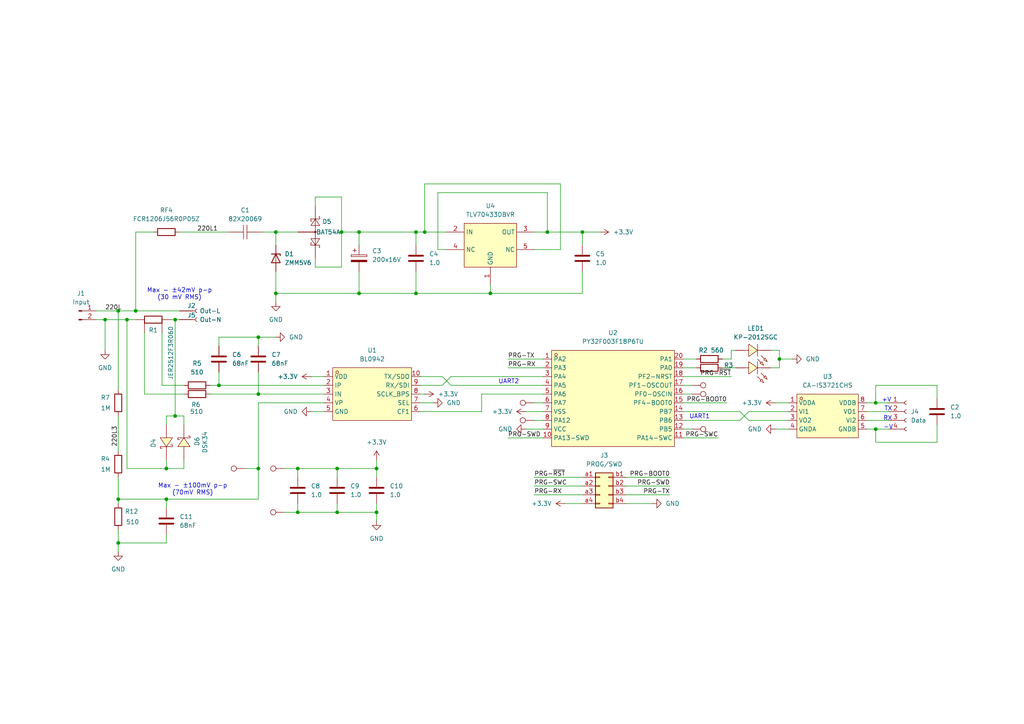
<source format=kicad_sch>
(kicad_sch (version 20231120) (generator "eeschema") (generator_version "8.0")
  (paper "A4")
  (title_block (title "Mini Power Meter") (company "RoboWay"))
  (lib_symbols
    (symbol "Conn_01x01_Socket_1" (pin_numbers hide) (pin_names (offset 1.016) hide)
      (property "Reference" "J" (at 0 2.54 0))
      (property "Value" "Conn_01x01_Socket" (at 0 -2.54 0))
      (symbol "Conn_01x01_Socket_1_1_1"
        (polyline (pts (xy -1.27 0) (xy -0.508 0)) (stroke (width 0.1524)))
        (arc (start 0 0.508) (mid -0.5058 0) (end 0 -0.508) (stroke (width 0.1524)))
        (pin passive line (at -5.08 0 0) (length 3.81) (name "Pin_1") (number "1"))
      )
    )
    (symbol "Connector:Conn_01x01_Socket" (pin_numbers hide) (pin_names (offset 1.016) hide)
      (property "Reference" "J" (at 0 2.54 0))
      (property "Value" "Conn_01x01_Socket" (at 0 -2.54 0))
      (symbol "Conn_01x01_Socket_1_1"
        (polyline (pts (xy -1.27 0) (xy -0.508 0)) (stroke (width 0.1524)))
        (arc (start 0 0.508) (mid -0.5058 0) (end 0 -0.508) (stroke (width 0.1524)))
        (pin passive line (at -5.08 0 0) (length 3.81) (name "Pin_1") (number "1"))
      )
    )
    (symbol "Connector:Conn_01x02_Pin" (pin_names (offset 1.016) hide)
      (property "Reference" "J" (at 0 2.54 0))
      (property "Value" "Conn_01x02_Pin" (at 0 -5.08 0))
      (symbol "Conn_01x02_Pin_1_1"
        (polyline (pts (xy 1.27 -2.54) (xy 0.8636 -2.54)) (stroke (width 0.1524)))
        (polyline (pts (xy 1.27 0) (xy 0.8636 0)) (stroke (width 0.1524)))
        (rectangle (start 0.8636 -2.413) (end 0 -2.667) (stroke (width 0.1524)) (fill (type outline)))
        (rectangle (start 0.8636 0.127) (end 0 -0.127) (stroke (width 0.1524)) (fill (type outline)))
        (pin passive line (at 5.08 0 180) (length 3.81) (name "Pin_1") (number "1"))
        (pin passive line (at 5.08 -2.54 180) (length 3.81) (name "Pin_2") (number "2"))
      )
    )
    (symbol "Connector:Conn_01x04_Socket" (pin_names (offset 1.016) hide)
      (property "Reference" "J" (at 0 5.08 0))
      (property "Value" "Conn_01x04_Socket" (at 0 -7.62 0))
      (symbol "Conn_01x04_Socket_1_1"
        (arc (start 0 -4.572) (mid -0.5058 -5.08) (end 0 -5.588) (stroke (width 0.1524)))
        (arc (start 0 -2.032) (mid -0.5058 -2.54) (end 0 -3.048) (stroke (width 0.1524)))
        (polyline (pts (xy -1.27 -5.08) (xy -0.508 -5.08)) (stroke (width 0.1524)))
        (polyline (pts (xy -1.27 -2.54) (xy -0.508 -2.54)) (stroke (width 0.1524)))
        (polyline (pts (xy -1.27 0) (xy -0.508 0)) (stroke (width 0.1524)))
        (polyline (pts (xy -1.27 2.54) (xy -0.508 2.54)) (stroke (width 0.1524)))
        (arc (start 0 0.508) (mid -0.5058 0) (end 0 -0.508) (stroke (width 0.1524)))
        (arc (start 0 3.048) (mid -0.5058 2.54) (end 0 2.032) (stroke (width 0.1524)))
        (pin passive line (at -5.08 2.54 0) (length 3.81) (name "Pin_1") (number "1"))
        (pin passive line (at -5.08 0 0) (length 3.81) (name "Pin_2") (number "2"))
        (pin passive line (at -5.08 -2.54 0) (length 3.81) (name "Pin_3") (number "3"))
        (pin passive line (at -5.08 -5.08 0) (length 3.81) (name "Pin_4") (number "4"))
      )
    )
    (symbol "Connector:TestPoint" (pin_numbers hide) (pin_names (offset 0.762) hide)
      (property "Reference" "TP" (at 0 6.858 0))
      (property "Value" "TestPoint" (at 0 5.08 0))
      (symbol "TestPoint_0_1"
        (circle (center 0 3.302) (radius 0.762))
      )
      (symbol "TestPoint_1_1"
        (pin passive line (at 0 0 90) (length 2.54) (name "1") (number "1"))
      )
    )
    (symbol "Connector_Generic:Conn_02x04_Row_Letter_First" (pin_names (offset 1.016) hide)
      (property "Reference" "J" (at 1.27 5.08 0))
      (property "Value" "Conn_02x04_Row_Letter_First" (at 1.27 -7.62 0))
      (symbol "Conn_02x04_Row_Letter_First_1_1"
        (rectangle (start -1.27 -4.953) (end 0 -5.207) (stroke (width 0.1524)))
        (rectangle (start -1.27 -2.413) (end 0 -2.667) (stroke (width 0.1524)))
        (rectangle (start -1.27 0.127) (end 0 -0.127) (stroke (width 0.1524)))
        (rectangle (start -1.27 2.667) (end 0 2.413) (stroke (width 0.1524)))
        (rectangle (start -1.27 3.81) (end 3.81 -6.35) (stroke (width 0.254)) (fill (type background)))
        (rectangle (start 3.81 -4.953) (end 2.54 -5.207) (stroke (width 0.1524)))
        (rectangle (start 3.81 -2.413) (end 2.54 -2.667) (stroke (width 0.1524)))
        (rectangle (start 3.81 0.127) (end 2.54 -0.127) (stroke (width 0.1524)))
        (rectangle (start 3.81 2.667) (end 2.54 2.413) (stroke (width 0.1524)))
        (pin passive line (at -5.08 2.54 0) (length 3.81) (name "Pin_a1") (number "a1"))
        (pin passive line (at -5.08 0 0) (length 3.81) (name "Pin_a2") (number "a2"))
        (pin passive line (at -5.08 -2.54 0) (length 3.81) (name "Pin_a3") (number "a3"))
        (pin passive line (at -5.08 -5.08 0) (length 3.81) (name "Pin_a4") (number "a4"))
        (pin passive line (at 7.62 2.54 180) (length 3.81) (name "Pin_b1") (number "b1"))
        (pin passive line (at 7.62 0 180) (length 3.81) (name "Pin_b2") (number "b2"))
        (pin passive line (at 7.62 -2.54 180) (length 3.81) (name "Pin_b3") (number "b3"))
        (pin passive line (at 7.62 -5.08 180) (length 3.81) (name "Pin_b4") (number "b4"))
      )
    )
    (symbol "Device:C" (pin_numbers hide) (pin_names (offset 0.254))
      (property "Reference" "C" (at 0.635 2.54 0))
      (property "Value" "C" (at 0.635 -2.54 0))
      (symbol "C_0_1"
        (polyline (pts (xy -2.032 -0.762) (xy 2.032 -0.762)) (stroke (width 0.508)))
        (polyline (pts (xy -2.032 0.762) (xy 2.032 0.762)) (stroke (width 0.508)))
      )
      (symbol "C_1_1"
        (pin passive line (at 0 3.81 270) (length 2.794) (name "~") (number "1"))
        (pin passive line (at 0 -3.81 90) (length 2.794) (name "~") (number "2"))
      )
    )
    (symbol "Device:C_Polarized" (pin_numbers hide) (pin_names (offset 0.254) hide)
      (property "Reference" "C" (at 0.635 2.54 0))
      (property "Value" "C_Polarized" (at 0.635 -2.54 0))
      (symbol "C_Polarized_0_1"
        (rectangle (start -2.286 0.508) (end 2.286 1.016))
        (polyline (pts (xy -1.778 2.286) (xy -0.762 2.286)))
        (polyline (pts (xy -1.27 2.794) (xy -1.27 1.778)))
        (rectangle (start 2.286 -0.508) (end -2.286 -1.016) (fill (type outline)))
      )
      (symbol "C_Polarized_1_1"
        (pin passive line (at 0 3.81 270) (length 2.794) (name "~") (number "1"))
        (pin passive line (at 0 -3.81 90) (length 2.794) (name "~") (number "2"))
      )
    )
    (symbol "Device:R" (pin_numbers hide) (pin_names (offset 0))
      (property "Reference" "R" (at 2.032 0 90))
      (property "Value" "R" (at 0 0 90))
      (symbol "R_0_1"
        (rectangle (start -1.016 -2.54) (end 1.016 2.54) (stroke (width 0.254)))
      )
      (symbol "R_1_1"
        (pin passive line (at 0 3.81 270) (length 1.27) (name "~") (number "1"))
        (pin passive line (at 0 -3.81 90) (length 1.27) (name "~") (number "2"))
      )
    )
    (symbol "Device:R_Shunt" (pin_numbers hide) (pin_names (offset 0) hide)
      (property "Reference" "R" (at -4.445 0 90))
      (property "Value" "R_Shunt" (at -2.54 0 90))
      (symbol "R_Shunt_0_1"
        (rectangle (start -1.016 -2.54) (end 1.016 2.54) (stroke (width 0.254)))
        (polyline (pts (xy 0 -2.54) (xy 1.27 -2.54)))
        (polyline (pts (xy 1.27 2.54) (xy 0 2.54)))
      )
      (symbol "R_Shunt_1_1"
        (pin passive line (at 0 5.08 270) (length 2.54) (name "1") (number "1"))
        (pin passive line (at 3.81 2.54 180) (length 2.54) (name "2") (number "2"))
        (pin passive line (at 3.81 -2.54 180) (length 2.54) (name "3") (number "3"))
        (pin passive line (at 0 -5.08 90) (length 2.54) (name "4") (number "4"))
      )
    )
    (symbol "Diode:BAT54A" (pin_numbers hide) (pin_names (offset 1.016) hide)
      (property "Reference" "D" (at 0.635 -3.81 0))
      (property "Value" "BAT54A" (at -6.35 3.175 0))
      (symbol "BAT54A_0_1"
        (polyline (pts (xy -4.445 1.27) (xy -4.445 1.016)))
        (polyline (pts (xy -3.81 -1.27) (xy -3.81 1.27)))
        (polyline (pts (xy -3.81 -1.27) (xy -3.175 -1.27)))
        (polyline (pts (xy -3.81 0) (xy -1.27 0)))
        (polyline (pts (xy -3.81 1.27) (xy -4.445 1.27)))
        (polyline (pts (xy -3.175 -1.27) (xy -3.175 -1.016)))
        (polyline (pts (xy -1.905 0) (xy 1.905 0)))
        (polyline (pts (xy 1.27 0) (xy 3.81 0)))
        (polyline (pts (xy 3.175 -1.27) (xy 3.175 -1.016)))
        (polyline (pts (xy 3.81 -1.27) (xy 3.175 -1.27)))
        (polyline (pts (xy 3.81 -1.27) (xy 3.81 1.27)))
        (polyline (pts (xy 3.81 1.27) (xy 4.445 1.27)))
        (polyline (pts (xy 4.445 1.27) (xy 4.445 1.016)))
        (polyline (pts (xy -1.905 1.27) (xy -1.905 -1.27) (xy -3.81 0) (xy -1.905 1.27)))
        (polyline (pts (xy 1.905 1.27) (xy 1.905 -1.27) (xy 3.81 0) (xy 1.905 1.27)))
        (circle (center 0 0) (radius 0.254) (fill (type outline)))
      )
      (symbol "BAT54A_1_1"
        (pin passive line (at -7.62 0 0) (length 3.81) (name "~") (number "1"))
        (pin passive line (at 7.62 0 180) (length 3.81) (name "~") (number "2"))
        (pin passive line (at 0 -5.08 90) (length 5.08) (name "~") (number "3"))
      )
    )
    (symbol "Diode:ZMMxx" (pin_numbers hide) (pin_names hide)
      (property "Reference" "D" (at 0 2.54 0))
      (property "Value" "ZMMxx" (at 0 -2.54 0))
      (symbol "ZMMxx_0_1"
        (polyline (pts (xy 1.27 0) (xy -1.27 0)))
        (polyline (pts (xy -1.27 -1.27) (xy -1.27 1.27) (xy -0.762 1.27)) (stroke (width 0.254)))
        (polyline (pts (xy 1.27 -1.27) (xy 1.27 1.27) (xy -1.27 0) (xy 1.27 -1.27)) (stroke (width 0.254)))
      )
      (symbol "ZMMxx_1_1"
        (pin passive line (at -3.81 0 0) (length 2.54) (name "K") (number "1"))
        (pin passive line (at 3.81 0 180) (length 2.54) (name "A") (number "2"))
      )
    )
    (symbol "EasyEDA:BL0942"
      (property "Reference" "U" (at 0 10.16 0))
      (property "Value" "BL0942" (at 0 -10.16 0))
      (symbol "BL0942_0_1"
        (rectangle (start -11.43 7.62) (end 11.43 -7.62) (fill (type background)))
        (circle (center -10.16 6.35) (radius 0.38))
        (pin unspecified line (at -13.97 5.08 0) (length 2.54) (name "VDD") (number "1"))
        (pin unspecified line (at 13.97 5.08 180) (length 2.54) (name "TX/SDO") (number "10"))
        (pin unspecified line (at -13.97 2.54 0) (length 2.54) (name "IP") (number "2"))
        (pin unspecified line (at -13.97 0 0) (length 2.54) (name "IN") (number "3"))
        (pin unspecified line (at -13.97 -2.54 0) (length 2.54) (name "VP") (number "4"))
        (pin unspecified line (at -13.97 -5.08 0) (length 2.54) (name "GND") (number "5"))
        (pin unspecified line (at 13.97 -5.08 180) (length 2.54) (name "CF1") (number "6"))
        (pin unspecified line (at 13.97 -2.54 180) (length 2.54) (name "SEL") (number "7"))
        (pin unspecified line (at 13.97 0 180) (length 2.54) (name "SCLK_BPS") (number "8"))
        (pin unspecified line (at 13.97 2.54 180) (length 2.54) (name "RX/SDI") (number "9"))
      )
    )
    (symbol "EasyEDA:CA-IS3721CHS"
      (property "Reference" "U" (at 0 10.16 0))
      (property "Value" "CA-IS3721CHS" (at 0 -7.62 0))
      (symbol "CA-IS3721CHS_0_1"
        (rectangle (start -7.62 7.62) (end 10.16 -5.08) (fill (type background)))
        (circle (center -6.35 6.35) (radius 0.38))
        (pin unspecified line (at -10.16 5.08 0) (length 2.54) (name "VDDA") (number "1"))
        (pin unspecified line (at -10.16 2.54 0) (length 2.54) (name "VI1") (number "2"))
        (pin unspecified line (at -10.16 0 0) (length 2.54) (name "VO2") (number "3"))
        (pin unspecified line (at -10.16 -2.54 0) (length 2.54) (name "GNDA") (number "4"))
        (pin unspecified line (at 12.7 -2.54 180) (length 2.54) (name "GNDB") (number "5"))
        (pin unspecified line (at 12.7 0 180) (length 2.54) (name "VI2") (number "6"))
        (pin unspecified line (at 12.7 2.54 180) (length 2.54) (name "VO1") (number "7"))
        (pin unspecified line (at 12.7 5.08 180) (length 2.54) (name "VDDB") (number "8"))
      )
    )
    (symbol "EasyEDA:DSK34_C727076" (pin_numbers hide) (pin_names hide)
      (property "Reference" "D" (at 0 5.08 0))
      (property "Value" "DSK34_C727076" (at 0 -5.08 0))
      (symbol "DSK34_C727076_0_1"
        (polyline (pts (xy -1.27 0) (xy -2.54 0)))
        (polyline (pts (xy 2.54 0) (xy 1.27 0)))
        (polyline (pts (xy 1.27 1.78) (xy -1.27 0) (xy 1.27 -1.78) (xy 1.27 1.78)) (fill (type background)))
        (polyline (pts (xy -1.78 1.27) (xy -1.78 1.78) (xy -1.27 1.78) (xy -1.27 -1.78) (xy -0.76 -1.78) (xy -0.76 -1.27)))
        (pin unspecified line (at -5.08 0 0) (length 2.54) (name "K") (number "1"))
        (pin unspecified line (at 5.08 0 180) (length 2.54) (name "A") (number "2"))
      )
    )
    (symbol "EasyEDA:KP-2012SGC" (pin_numbers hide) (pin_names hide)
      (property "Reference" "LED" (at 0 5.08 0))
      (property "Value" "KP-2012SGC" (at 0 -5.08 0))
      (symbol "KP-2012SGC_0_1"
        (polyline (pts (xy -1.27 0) (xy -2.54 0)))
        (polyline (pts (xy -1.27 1.78) (xy -1.27 -1.78)))
        (polyline (pts (xy 2.54 0) (xy 1.27 0)))
        (polyline (pts (xy -2.29 1.52) (xy -3.3 2.54) (xy -2.29 1.52)) (fill (type background)))
        (polyline (pts (xy -1.27 2.54) (xy -2.29 3.56) (xy -1.27 2.54)) (fill (type background)))
        (polyline (pts (xy -4.06 3.3) (xy -3.05 2.79) (xy -3.56 2.29) (xy -4.06 3.3)) (fill (type background)))
        (polyline (pts (xy -3.05 4.32) (xy -2.03 3.81) (xy -2.54 3.3) (xy -3.05 4.32)) (fill (type background)))
        (polyline (pts (xy 1.27 1.78) (xy -1.27 0) (xy 1.27 -1.78) (xy 1.27 1.78)) (fill (type background)))
        (pin unspecified line (at -5.08 0 0) (length 2.54) (name "K") (number "1"))
        (pin unspecified line (at 5.08 0 180) (length 2.54) (name "A") (number "2"))
      )
    )
    (symbol "EasyEDA:MPX334K31C5KN15600" (pin_numbers hide) (pin_names hide)
      (property "Reference" "C" (at 0 5.08 0))
      (property "Value" "MPX334K31C5KN15600" (at 0 -5.08 0))
      (symbol "MPX334K31C5KN15600_0_1"
        (polyline (pts (xy -0.51 -2.03) (xy -0.51 2.03)))
        (polyline (pts (xy -0.51 0) (xy -2.54 0)))
        (polyline (pts (xy 0.51 2.03) (xy 0.51 -2.03)))
        (polyline (pts (xy 2.54 0) (xy 0.51 0)))
        (pin unspecified line (at -5.08 0 0) (length 2.54) (name "1") (number "1"))
        (pin unspecified line (at 5.08 0 180) (length 2.54) (name "2") (number "2"))
      )
    )
    (symbol "EasyEDA:PY32F003F18P6TU"
      (property "Reference" "U" (at 0 16.51 0))
      (property "Value" "PY32F003F18P6TU" (at 0 -16.51 0))
      (symbol "PY32F003F18P6TU_0_1"
        (rectangle (start -17.78 13.97) (end 17.78 -13.97) (fill (type background)))
        (circle (center -16.51 12.7) (radius 0.38))
        (pin unspecified line (at -20.32 11.43 0) (length 2.54) (name "PA2") (number "1"))
        (pin unspecified line (at -20.32 -11.43 0) (length 2.54) (name "PA13-SWD") (number "10"))
        (pin unspecified line (at 20.32 -11.43 180) (length 2.54) (name "PA14-SWC") (number "11"))
        (pin unspecified line (at 20.32 -8.89 180) (length 2.54) (name "PB5") (number "12"))
        (pin unspecified line (at 20.32 -6.35 180) (length 2.54) (name "PB6") (number "13"))
        (pin unspecified line (at 20.32 -3.81 180) (length 2.54) (name "PB7") (number "14"))
        (pin unspecified line (at 20.32 -1.27 180) (length 2.54) (name "PF4-BOOT0") (number "15"))
        (pin unspecified line (at 20.32 1.27 180) (length 2.54) (name "PF0-OSCIN") (number "16"))
        (pin unspecified line (at 20.32 3.81 180) (length 2.54) (name "PF1-OSCOUT") (number "17"))
        (pin unspecified line (at 20.32 6.35 180) (length 2.54) (name "PF2-NRST") (number "18"))
        (pin unspecified line (at 20.32 8.89 180) (length 2.54) (name "PA0") (number "19"))
        (pin unspecified line (at -20.32 8.89 0) (length 2.54) (name "PA3") (number "2"))
        (pin unspecified line (at 20.32 11.43 180) (length 2.54) (name "PA1") (number "20"))
        (pin unspecified line (at -20.32 6.35 0) (length 2.54) (name "PA4") (number "3"))
        (pin unspecified line (at -20.32 3.81 0) (length 2.54) (name "PA5") (number "4"))
        (pin unspecified line (at -20.32 1.27 0) (length 2.54) (name "PA6") (number "5"))
        (pin unspecified line (at -20.32 -1.27 0) (length 2.54) (name "PA7") (number "6"))
        (pin unspecified line (at -20.32 -3.81 0) (length 2.54) (name "VSS") (number "7"))
        (pin unspecified line (at -20.32 -6.35 0) (length 2.54) (name "PA12") (number "8"))
        (pin unspecified line (at -20.32 -8.89 0) (length 2.54) (name "VCC") (number "9"))
      )
    )
    (symbol "EasyEDA:TLV70433DBVR"
      (property "Reference" "U" (at 0 11.43 0))
      (property "Value" "TLV70433DBVR" (at 0 -13.97 0))
      (symbol "TLV70433DBVR_0_1"
        (rectangle (start -7.62 8.89) (end 7.62 -3.81) (fill (type background)))
        (pin power_in line (at 0 -8.89 90) (length 5.08) (name "GND") (number "1"))
        (pin power_in line (at -12.7 6.35 0) (length 5.08) (name "IN") (number "2"))
        (pin power_in line (at 12.7 6.35 180) (length 5.08) (name "OUT") (number "3"))
        (pin unspecified line (at -12.7 1.27 0) (length 5.08) (name "NC") (number "4"))
        (pin unspecified line (at 12.7 1.27 180) (length 5.08) (name "NC") (number "5"))
      )
    )
    (symbol "power:+3.3V" (power) (pin_numbers hide) (pin_names (offset 0) hide)
      (property "Value" "+3.3V" (at 0 3.556 0))
      (symbol "+3.3V_0_1"
        (polyline (pts (xy -0.762 1.27) (xy 0 2.54)))
        (polyline (pts (xy 0 0) (xy 0 2.54)))
        (polyline (pts (xy 0 2.54) (xy 0.762 1.27)))
      )
      (symbol "+3.3V_1_1"
        (pin power_in line (at 0 0 90) (length 0) (name "~") (number "1"))
      )
    )
    (symbol "power:GND" (power) (pin_numbers hide) (pin_names (offset 0) hide)
      (property "Value" "GND" (at 0 -3.81 0))
      (symbol "GND_0_1"
        (polyline (pts (xy 0 0) (xy 0 -1.27) (xy 1.27 -1.27) (xy 0 -2.54) (xy -1.27 -1.27) (xy 0 -1.27)))
      )
      (symbol "GND_1_1"
        (pin power_in line (at 0 0 270) (length 0) (name "~") (number "1"))
      )
    )
  )
  (junction (at 86.36 135.89))
  (junction (at 254 116.84))
  (junction (at 99.06 67.31))
  (junction (at 30.48 92.71))
  (junction (at 226.06 104.14))
  (junction (at 34.29 90.17))
  (junction (at 123.19 67.31))
  (junction (at 50.8 120.65))
  (junction (at 34.29 144.78))
  (junction (at 142.24 85.09))
  (junction (at 86.36 148.59))
  (junction (at 80.01 85.09))
  (junction (at 80.01 67.31))
  (junction (at 158.75 67.31))
  (junction (at 74.93 114.3))
  (junction (at 120.65 67.31))
  (junction (at 97.79 148.59))
  (junction (at 120.65 85.09))
  (junction (at 48.26 135.89))
  (junction (at 254 124.46))
  (junction (at 74.93 135.89))
  (junction (at 97.79 135.89))
  (junction (at 74.93 97.79))
  (junction (at 63.5 111.76))
  (junction (at 104.14 67.31))
  (junction (at 109.22 135.89))
  (junction (at 48.26 144.78))
  (junction (at 36.83 92.71))
  (junction (at 34.29 157.48))
  (junction (at 168.91 67.31))
  (junction (at 39.37 90.17))
  (junction (at 50.8 92.71))
  (junction (at 104.14 85.09))
  (junction (at 109.22 148.59))
  (wire (pts (xy 154.94 138.43) (xy 168.91 138.43)))
  (wire (pts (xy 91.44 57.15) (xy 99.06 57.15)))
  (wire (pts (xy 212.09 101.6) (xy 212.09 104.14)))
  (wire (pts (xy 34.29 90.17) (xy 39.37 90.17)))
  (wire (pts (xy 97.79 146.05) (xy 97.79 148.59)))
  (wire (pts (xy 226.06 104.14) (xy 229.87 104.14)))
  (wire (pts (xy 158.75 55.88) (xy 158.75 67.31)))
  (wire (pts (xy 60.96 114.3) (xy 74.93 114.3)))
  (wire (pts (xy 39.37 90.17) (xy 52.07 90.17)))
  (wire (pts (xy 208.28 127) (xy 198.12 127)))
  (wire (pts (xy 123.19 67.31) (xy 129.54 67.31)))
  (wire (pts (xy 34.29 90.17) (xy 34.29 113.03)))
  (wire (pts (xy 104.14 67.31) (xy 104.14 71.12)))
  (wire (pts (xy 86.36 148.59) (xy 97.79 148.59)))
  (wire (pts (xy 226.06 101.6) (xy 226.06 104.14)))
  (wire (pts (xy 189.23 146.05) (xy 181.61 146.05)))
  (wire (pts (xy 121.92 109.22) (xy 128.27 109.22)))
  (wire (pts (xy 142.24 85.09) (xy 120.65 85.09)))
  (wire (pts (xy 80.01 67.31) (xy 80.01 71.12)))
  (wire (pts (xy 217.17 121.92) (xy 228.6 121.92)))
  (wire (pts (xy 121.92 119.38) (xy 139.7 119.38)))
  (wire (pts (xy 158.75 67.31) (xy 168.91 67.31)))
  (wire (pts (xy 80.01 85.09) (xy 104.14 85.09)))
  (wire (pts (xy 194.31 140.97) (xy 181.61 140.97)))
  (wire (pts (xy 128.27 109.22) (xy 130.81 111.76)))
  (wire (pts (xy 53.34 133.35) (xy 53.34 135.89)))
  (wire (pts (xy 74.93 144.78) (xy 74.93 135.89)))
  (wire (pts (xy 251.46 116.84) (xy 254 116.84)))
  (wire (pts (xy 34.29 144.78) (xy 48.26 144.78)))
  (wire (pts (xy 120.65 67.31) (xy 120.65 71.12)))
  (wire (pts (xy 34.29 138.43) (xy 34.29 144.78)))
  (wire (pts (xy 147.32 106.68) (xy 157.48 106.68)))
  (wire (pts (xy 139.7 119.38) (xy 139.7 114.3)))
  (wire (pts (xy 123.19 114.3) (xy 121.92 114.3)))
  (wire (pts (xy 97.79 135.89) (xy 109.22 135.89)))
  (wire (pts (xy 223.52 106.68) (xy 226.06 106.68)))
  (wire (pts (xy 200.66 111.76) (xy 198.12 111.76)))
  (wire (pts (xy 271.78 115.57) (xy 271.78 111.76)))
  (wire (pts (xy 36.83 92.71) (xy 39.37 92.71)))
  (wire (pts (xy 154.94 140.97) (xy 168.91 140.97)))
  (wire (pts (xy 82.55 135.89) (xy 86.36 135.89)))
  (wire (pts (xy 53.34 123.19) (xy 53.34 120.65)))
  (wire (pts (xy 99.06 57.15) (xy 99.06 67.31)))
  (wire (pts (xy 168.91 78.74) (xy 168.91 85.09)))
  (wire (pts (xy 52.07 67.31) (xy 66.04 67.31)))
  (wire (pts (xy 223.52 101.6) (xy 226.06 101.6)))
  (wire (pts (xy 48.26 154.94) (xy 48.26 157.48)))
  (wire (pts (xy 194.31 143.51) (xy 181.61 143.51)))
  (wire (pts (xy 46.99 111.76) (xy 53.34 111.76)))
  (wire (pts (xy 212.09 104.14) (xy 209.55 104.14)))
  (wire (pts (xy 251.46 121.92) (xy 257.81 121.92)))
  (wire (pts (xy 74.93 114.3) (xy 93.98 114.3)))
  (wire (pts (xy 162.56 53.34) (xy 123.19 53.34)))
  (wire (pts (xy 36.83 135.89) (xy 48.26 135.89)))
  (wire (pts (xy 63.5 100.33) (xy 63.5 97.79)))
  (wire (pts (xy 50.8 120.65) (xy 53.34 120.65)))
  (wire (pts (xy 254 128.27) (xy 254 124.46)))
  (wire (pts (xy 198.12 119.38) (xy 214.63 119.38)))
  (wire (pts (xy 90.17 109.22) (xy 93.98 109.22)))
  (wire (pts (xy 168.91 67.31) (xy 168.91 71.12)))
  (wire (pts (xy 214.63 119.38) (xy 217.17 121.92)))
  (wire (pts (xy 121.92 116.84) (xy 125.73 116.84)))
  (wire (pts (xy 163.83 146.05) (xy 168.91 146.05)))
  (wire (pts (xy 168.91 85.09) (xy 142.24 85.09)))
  (wire (pts (xy 27.94 90.17) (xy 34.29 90.17)))
  (wire (pts (xy 80.01 67.31) (xy 86.36 67.31)))
  (wire (pts (xy 142.24 82.55) (xy 142.24 85.09)))
  (wire (pts (xy 48.26 133.35) (xy 48.26 135.89)))
  (wire (pts (xy 120.65 67.31) (xy 123.19 67.31)))
  (wire (pts (xy 44.45 67.31) (xy 39.37 67.31)))
  (wire (pts (xy 251.46 119.38) (xy 257.81 119.38)))
  (wire (pts (xy 34.29 153.67) (xy 34.29 157.48)))
  (wire (pts (xy 224.79 124.46) (xy 228.6 124.46)))
  (wire (pts (xy 34.29 157.48) (xy 48.26 157.48)))
  (wire (pts (xy 34.29 144.78) (xy 34.29 146.05)))
  (wire (pts (xy 104.14 67.31) (xy 120.65 67.31)))
  (wire (pts (xy 86.36 146.05) (xy 86.36 148.59)))
  (wire (pts (xy 48.26 144.78) (xy 48.26 147.32)))
  (wire (pts (xy 109.22 148.59) (xy 109.22 146.05)))
  (wire (pts (xy 97.79 135.89) (xy 97.79 138.43)))
  (wire (pts (xy 194.31 138.43) (xy 181.61 138.43)))
  (wire (pts (xy 74.93 116.84) (xy 93.98 116.84)))
  (wire (pts (xy 74.93 97.79) (xy 80.01 97.79)))
  (wire (pts (xy 63.5 107.95) (xy 63.5 111.76)))
  (wire (pts (xy 139.7 114.3) (xy 157.48 114.3)))
  (wire (pts (xy 48.26 120.65) (xy 48.26 123.19)))
  (wire (pts (xy 162.56 72.39) (xy 162.56 53.34)))
  (wire (pts (xy 30.48 92.71) (xy 30.48 101.6)))
  (wire (pts (xy 41.91 114.3) (xy 53.34 114.3)))
  (wire (pts (xy 82.55 148.59) (xy 86.36 148.59)))
  (wire (pts (xy 271.78 111.76) (xy 254 111.76)))
  (wire (pts (xy 99.06 67.31) (xy 104.14 67.31)))
  (wire (pts (xy 152.4 124.46) (xy 157.48 124.46)))
  (wire (pts (xy 99.06 77.47) (xy 99.06 67.31)))
  (wire (pts (xy 60.96 111.76) (xy 63.5 111.76)))
  (wire (pts (xy 90.17 119.38) (xy 93.98 119.38)))
  (wire (pts (xy 74.93 107.95) (xy 74.93 114.3)))
  (wire (pts (xy 109.22 135.89) (xy 109.22 138.43)))
  (wire (pts (xy 36.83 135.89) (xy 36.83 92.71)))
  (wire (pts (xy 86.36 138.43) (xy 86.36 135.89)))
  (wire (pts (xy 209.55 106.68) (xy 213.36 106.68)))
  (wire (pts (xy 91.44 77.47) (xy 99.06 77.47)))
  (wire (pts (xy 53.34 135.89) (xy 48.26 135.89)))
  (wire (pts (xy 212.09 101.6) (xy 213.36 101.6)))
  (wire (pts (xy 91.44 59.69) (xy 91.44 57.15)))
  (wire (pts (xy 120.65 78.74) (xy 120.65 85.09)))
  (wire (pts (xy 50.8 92.71) (xy 52.07 92.71)))
  (wire (pts (xy 147.32 104.14) (xy 157.48 104.14)))
  (wire (pts (xy 86.36 135.89) (xy 97.79 135.89)))
  (wire (pts (xy 254 124.46) (xy 257.81 124.46)))
  (wire (pts (xy 48.26 144.78) (xy 74.93 144.78)))
  (wire (pts (xy 158.75 67.31) (xy 154.94 67.31)))
  (wire (pts (xy 127 55.88) (xy 158.75 55.88)))
  (wire (pts (xy 50.8 92.71) (xy 50.8 120.65)))
  (wire (pts (xy 254 111.76) (xy 254 116.84)))
  (wire (pts (xy 198.12 121.92) (xy 214.63 121.92)))
  (wire (pts (xy 76.2 67.31) (xy 80.01 67.31)))
  (wire (pts (xy 121.92 111.76) (xy 128.27 111.76)))
  (wire (pts (xy 210.82 116.84) (xy 198.12 116.84)))
  (wire (pts (xy 80.01 78.74) (xy 80.01 85.09)))
  (wire (pts (xy 80.01 85.09) (xy 80.01 87.63)))
  (wire (pts (xy 152.4 119.38) (xy 157.48 119.38)))
  (wire (pts (xy 147.32 127) (xy 157.48 127)))
  (wire (pts (xy 34.29 120.65) (xy 34.29 130.81)))
  (wire (pts (xy 154.94 116.84) (xy 157.48 116.84)))
  (wire (pts (xy 212.09 109.22) (xy 198.12 109.22)))
  (wire (pts (xy 104.14 85.09) (xy 120.65 85.09)))
  (wire (pts (xy 123.19 53.34) (xy 123.19 67.31)))
  (wire (pts (xy 200.66 124.46) (xy 198.12 124.46)))
  (wire (pts (xy 214.63 121.92) (xy 217.17 119.38)))
  (wire (pts (xy 63.5 111.76) (xy 93.98 111.76)))
  (wire (pts (xy 30.48 92.71) (xy 36.83 92.71)))
  (wire (pts (xy 226.06 106.68) (xy 226.06 104.14)))
  (wire (pts (xy 217.17 119.38) (xy 228.6 119.38)))
  (wire (pts (xy 97.79 148.59) (xy 109.22 148.59)))
  (wire (pts (xy 109.22 148.59) (xy 109.22 151.13)))
  (wire (pts (xy 39.37 67.31) (xy 39.37 90.17)))
  (wire (pts (xy 104.14 78.74) (xy 104.14 85.09)))
  (wire (pts (xy 128.27 111.76) (xy 130.81 109.22)))
  (wire (pts (xy 74.93 135.89) (xy 74.93 116.84)))
  (wire (pts (xy 198.12 106.68) (xy 201.93 106.68)))
  (wire (pts (xy 63.5 97.79) (xy 74.93 97.79)))
  (wire (pts (xy 154.94 121.92) (xy 157.48 121.92)))
  (wire (pts (xy 49.53 92.71) (xy 50.8 92.71)))
  (wire (pts (xy 200.66 114.3) (xy 198.12 114.3)))
  (wire (pts (xy 224.79 116.84) (xy 228.6 116.84)))
  (wire (pts (xy 48.26 120.65) (xy 50.8 120.65)))
  (wire (pts (xy 71.12 135.89) (xy 74.93 135.89)))
  (wire (pts (xy 154.94 72.39) (xy 162.56 72.39)))
  (wire (pts (xy 41.91 96.52) (xy 41.91 114.3)))
  (wire (pts (xy 74.93 97.79) (xy 74.93 100.33)))
  (wire (pts (xy 27.94 92.71) (xy 30.48 92.71)))
  (wire (pts (xy 34.29 157.48) (xy 34.29 160.02)))
  (wire (pts (xy 271.78 128.27) (xy 254 128.27)))
  (wire (pts (xy 168.91 67.31) (xy 173.99 67.31)))
  (wire (pts (xy 198.12 104.14) (xy 201.93 104.14)))
  (wire (pts (xy 129.54 72.39) (xy 127 72.39)))
  (wire (pts (xy 130.81 109.22) (xy 157.48 109.22)))
  (wire (pts (xy 130.81 111.76) (xy 157.48 111.76)))
  (wire (pts (xy 254 116.84) (xy 257.81 116.84)))
  (wire (pts (xy 251.46 124.46) (xy 254 124.46)))
  (wire (pts (xy 127 72.39) (xy 127 55.88)))
  (wire (pts (xy 91.44 74.93) (xy 91.44 77.47)))
  (wire (pts (xy 109.22 133.35) (xy 109.22 135.89)))
  (wire (pts (xy 154.94 143.51) (xy 168.91 143.51)))
  (wire (pts (xy 46.99 96.52) (xy 46.99 111.76)))
  (wire (pts (xy 271.78 123.19) (xy 271.78 128.27)))
  (text "UART1" (at 199.898 120.904 0) (effects (font (size 1.27 1.27)) (justify left)))
  (text "RX" (at 258.826 122.174 0) (effects (font (size 1.27 1.27)) (justify right bottom)))
  (text "Max - ±100mV p-p\n(70mV RMS)" (at 55.88 141.986 0) (effects (font (size 1.27 1.27))))
  (text "+V" (at 258.572 116.84 0) (effects (font (size 1.27 1.27)) (justify right bottom)))
  (text "TX" (at 258.826 119.38 0) (effects (font (size 1.27 1.27)) (justify right bottom)))
  (text "UART2" (at 144.526 110.744 0) (effects (font (size 1.27 1.27)) (justify left)))
  (text "-V" (at 259.08 124.714 0) (effects (font (size 1.27 1.27)) (justify right bottom)))
  (text "Max - ±42mV p-p\n(30 mV RMS)" (at 52.07 85.344 0) (effects (font (size 1.27 1.27))))
  (label "PRG-TX" (at 194.31 143.51 180))
  (label "PRG-BOOT0" (at 210.82 116.84 180))
  (label "PRG-~{RST}" (at 212.09 109.22 180))
  (label "PRG-TX" (at 147.32 104.14 0))
  (label "PRG-SWC" (at 208.28 127 180))
  (label "220L3" (at 34.29 129.54 90))
  (label "PRG-BOOT0" (at 194.31 138.43 180))
  (label "220L1" (at 57.15 67.31 0))
  (label "PRG-SWC" (at 154.94 140.97 0))
  (label "PRG-~{RST}" (at 154.94 138.43 0))
  (label "PRG-SWD" (at 194.31 140.97 180))
  (label "PRG-RX" (at 154.94 143.51 0))
  (label "PRG-SWD" (at 147.32 127 0))
  (label "PRG-RX" (at 147.32 106.68 0))
  (label "220L" (at 30.48 90.17 0))
  (symbol (lib_id "Connector:TestPoint") (at 200.66 111.76 270) (unit 1)
    (property "Reference" "TP3" (effects (hide yes)))
    (property "Value" "TestPoint" (effects (hide yes)))
    (property "Footprint" "TestPoint:TestPoint_Pad_1.0x1.0mm" (effects (hide yes)))
    (property "Description" "test point" (effects (hide yes)))
  )
  (symbol (lib_id "power:+3.3V") (at 123.19 114.3 270) (unit 1)
    (property "Reference" "#PWR09" (effects (hide yes)))
    (property "Value" "+3.3V" (at 127 114.2999 90) (effects (justify left)))
    (property "Description" "Power symbol creates a global label with name \"+3.3V\"" (effects (hide yes)))
  )
  (symbol (lib_id "EasyEDA:CA-IS3721CHS") (at 238.76 121.92 0) (unit 1)
    (property "Reference" "U3" (at 240.03 109.22 0))
    (property "Value" "CA-IS3721CHS" (at 240.03 111.76 0))
    (property "Footprint" "easyeda2kicad:SOIC-8_L4.9-W3.9-P1.27-LS6.0-BL" (effects (hide yes)))
    (property "LCSC Part" "C41409432" (effects (hide yes)))
  )
  (symbol (lib_id "power:+3.3V") (at 163.83 146.05 90) (unit 1)
    (property "Reference" "#PWR018" (effects (hide yes)))
    (property "Value" "+3.3V" (at 160.02 146.0499 90) (effects (justify left)))
    (property "Description" "Power symbol creates a global label with name \"+3.3V\"" (effects (hide yes)))
  )
  (symbol (lib_id "Connector:TestPoint") (at 82.55 135.89 90) (unit 1)
    (property "Reference" "TP7" (effects (hide yes)))
    (property "Value" "TestPoint" (effects (hide yes)))
    (property "Footprint" "TestPoint:TestPoint_Loop_D1.80mm_Drill1.0mm_Beaded" (effects (hide yes)))
    (property "Description" "test point" (effects (hide yes)))
  )
  (symbol (lib_id "power:GND") (at 224.79 124.46 270) (unit 1)
    (property "Reference" "#PWR04" (effects (hide yes)))
    (property "Value" "GND" (at 220.98 124.4599 90) (effects (justify right)))
    (property "Description" "Power symbol creates a global label with name \"GND\" , ground" (effects (hide yes)))
  )
  (symbol (lib_id "Connector:TestPoint") (at 200.66 114.3 270) (unit 1)
    (property "Reference" "TP4" (effects (hide yes)))
    (property "Value" "TestPoint" (effects (hide yes)))
    (property "Footprint" "TestPoint:TestPoint_Pad_1.0x1.0mm" (effects (hide yes)))
    (property "Description" "test point" (effects (hide yes)))
  )
  (symbol (lib_id "power:GND") (at 80.01 97.79 90) (unit 1)
    (property "Reference" "#PWR014" (effects (hide yes)))
    (property "Value" "GND" (at 83.82 97.7899 90) (effects (justify right)))
    (property "Description" "Power symbol creates a global label with name \"GND\" , ground" (effects (hide yes)))
  )
  (symbol (lib_id "Connector:TestPoint") (at 82.55 148.59 90) (unit 1)
    (property "Reference" "TP8" (effects (hide yes)))
    (property "Value" "TestPoint" (effects (hide yes)))
    (property "Footprint" "TestPoint:TestPoint_Loop_D1.80mm_Drill1.0mm_Beaded" (effects (hide yes)))
    (property "Description" "test point" (effects (hide yes)))
  )
  (symbol (lib_id "EasyEDA:KP-2012SGC") (at 218.44 101.6 180) (unit 1)
    (property "Reference" "LED1" (at 219.2 95.25 0))
    (property "Value" "KP-2012SGC" (at 219.2 97.79 0))
    (property "Footprint" "easyeda2kicad:LED0805-RD" (effects (hide yes)))
    (property "LCSC Part" "C598280" (effects (hide yes)))
  )
  (symbol (lib_id "Connector:Conn_01x04_Socket") (at 262.89 119.38 0) (unit 1)
    (property "Reference" "J4" (at 264.16 119.3799 0) (effects (justify left)))
    (property "Value" "Data" (at 264.16 121.9199 0) (effects (justify left)))
    (property "Footprint" "Connector_JST:JST_XH_B4B-XH-A_1x04_P2.50mm_Vertical" (effects (hide yes)))
    (property "Description" "Generic connector, single row, 01x04, script generated" (effects (hide yes)))
  )
  (symbol (lib_id "Device:R") (at 34.29 116.84 0) (unit 1)
    (property "Reference" "R7" (at 29.21 115.316 0) (effects (justify left)))
    (property "Value" "1M" (at 29.21 118.364 0) (effects (justify left)))
    (property "Footprint" "Resistor_SMD:R_1206_3216Metric_Pad1.30x1.75mm_HandSolder" (effects (hide yes)))
    (property "Description" "Resistor" (effects (hide yes)))
    (property "LCSC Part" "C706459" (effects (hide yes)))
  )
  (symbol (lib_id "Device:R") (at 34.29 149.86 180) (unit 1)
    (property "Reference" "R12" (at 40.132 148.336 0) (effects (justify left)))
    (property "Value" "510" (at 40.386 151.384 0) (effects (justify left)))
    (property "Footprint" "Resistor_SMD:R_0603_1608Metric_Pad0.98x0.95mm_HandSolder" (effects (hide yes)))
    (property "Description" "Resistor" (effects (hide yes)))
  )
  (symbol (lib_id "EasyEDA:MPX334K31C5KN15600") (at 71.12 67.31 0) (unit 1)
    (property "Reference" "C1" (at 71.12 60.96 0))
    (property "Value" "82X20069" (at 71.12 63.5 0))
    (property "Footprint" "easyeda2kicad:CAP-TH_L13.0-W8.0-P10.00-D0.6" (effects (hide yes)))
    (property "LCSC Part" "C50198605" (effects (hide yes)))
  )
  (symbol (lib_id "Connector:TestPoint") (at 154.94 121.92 90) (unit 1)
    (property "Reference" "TP2" (effects (hide yes)))
    (property "Value" "TestPoint" (effects (hide yes)))
    (property "Footprint" "TestPoint:TestPoint_Pad_1.0x1.0mm" (effects (hide yes)))
    (property "Description" "test point" (effects (hide yes)))
  )
  (symbol (lib_id "Diode:ZMMxx") (at 80.01 74.93 270) (unit 1)
    (property "Reference" "D1" (at 82.55 73.6599 90) (effects (justify left)))
    (property "Value" "ZMM5V6" (at 82.55 76.1999 90) (effects (justify left)))
    (property "Footprint" "Diode_SMD:D_MiniMELF" (effects (hide yes)))
    (property "Datasheet" "https://diotec.com/tl_files/diotec/files/pdf/datasheets/zmm1.pdf" (effects (hide yes)))
    (property "Description" "500mW Zener Diode, MiniMELF" (effects (hide yes)))
  )
  (symbol (lib_id "power:+3.3V") (at 224.79 116.84 90) (unit 1)
    (property "Reference" "#PWR05" (effects (hide yes)))
    (property "Value" "+3.3V" (at 220.98 116.8399 90) (effects (justify left)))
    (property "Description" "Power symbol creates a global label with name \"+3.3V\"" (effects (hide yes)))
  )
  (symbol (lib_id "power:GND") (at 34.29 160.02 0) (unit 1)
    (property "Reference" "#PWR015" (effects (hide yes)))
    (property "Value" "GND" (at 34.29 165.1 0))
    (property "Description" "Power symbol creates a global label with name \"GND\" , ground" (effects (hide yes)))
  )
  (symbol (lib_id "Device:R") (at 57.15 114.3 90) (unit 1)
    (property "Reference" "R6" (at 58.166 117.348 90) (effects (justify left)))
    (property "Value" "510" (at 58.928 119.38 90) (effects (justify left)))
    (property "Footprint" "Resistor_SMD:R_0603_1608Metric_Pad0.98x0.95mm_HandSolder" (effects (hide yes)))
    (property "Description" "Resistor" (effects (hide yes)))
  )
  (symbol (lib_id "Device:C") (at 168.91 74.93 0) (unit 1)
    (property "Reference" "C5" (at 172.72 73.6599 0) (effects (justify left)))
    (property "Value" "1.0" (at 172.72 76.1999 0) (effects (justify left)))
    (property "Footprint" "Capacitor_SMD:C_0603_1608Metric_Pad1.08x0.95mm_HandSolder" (effects (hide yes)))
    (property "Description" "Unpolarized capacitor" (effects (hide yes)))
  )
  (symbol (lib_id "Device:R") (at 34.29 134.62 0) (unit 1)
    (property "Reference" "R4" (at 29.21 133.096 0) (effects (justify left)))
    (property "Value" "1M" (at 29.21 136.144 0) (effects (justify left)))
    (property "Footprint" "Resistor_SMD:R_1206_3216Metric_Pad1.30x1.75mm_HandSolder" (effects (hide yes)))
    (property "Description" "Resistor" (effects (hide yes)))
    (property "LCSC Part" "C706459" (effects (hide yes)))
  )
  (symbol (lib_id "Connector:Conn_01x02_Pin") (at 22.86 90.17 0) (unit 1)
    (property "Reference" "J1" (at 23.495 85.09 0))
    (property "Value" "Input" (at 23.495 87.63 0))
    (property "Footprint" "easyeda2kicad:CONN-TH_HAA420A-2A" (effects (hide yes)))
    (property "Description" "Generic connector, single row, 01x02, script generated" (effects (hide yes)))
    (property "LCSC Part" "C2845776" (effects (hide yes)))
  )
  (symbol (lib_id "Device:C_Polarized") (at 104.14 74.93 0) (unit 1)
    (property "Reference" "C3" (at 107.95 72.7709 0) (effects (justify left)))
    (property "Value" "200x16V" (at 107.95 75.3109 0) (effects (justify left)))
    (property "Footprint" "easyeda2kicad:CAP-TH_BD8.0-P3.50-D0.6-FD" (effects (hide yes)))
    (property "Description" "Polarized capacitor" (effects (hide yes)))
    (property "LCSC Part" "C47853" (effects (hide yes)))
  )
  (symbol (lib_id "EasyEDA:PY32F003F18P6TU") (at 177.8 115.57 0) (unit 1)
    (property "Reference" "U2" (at 177.8 96.52 0))
    (property "Value" "PY32F003F18P6TU" (at 177.8 99.06 0))
    (property "Footprint" "easyeda2kicad:TSSOP-20_L6.5-W4.4-P0.65-LS6.4-BL" (effects (hide yes)))
    (property "LCSC Part" "C5379864" (effects (hide yes)))
  )
  (symbol (lib_id "Connector:Conn_01x01_Socket") (at 57.15 92.71 0) (unit 1)
    (property "Reference" "J5" (at 54.356 91.44 0) (effects (justify left)))
    (property "Value" "Out-N" (at 57.912 92.71 0) (effects (justify left)))
    (property "Footprint" "TestPoint:TestPoint_Loop_D2.54mm_Drill1.5mm_Beaded" (effects (hide yes)))
    (property "Description" "Generic connector, single row, 01x01, script generated" (effects (hide yes)))
  )
  (symbol (lib_id "Device:R") (at 57.15 111.76 90) (unit 1)
    (property "Reference" "R5" (at 57.15 105.41 90))
    (property "Value" "510" (at 57.15 107.95 90))
    (property "Footprint" "Resistor_SMD:R_0603_1608Metric_Pad0.98x0.95mm_HandSolder" (effects (hide yes)))
    (property "Description" "Resistor" (effects (hide yes)))
  )
  (symbol (lib_id "power:GND") (at 30.48 101.6 0) (unit 1)
    (property "Reference" "#PWR011" (effects (hide yes)))
    (property "Value" "GND" (at 30.48 106.68 0))
    (property "Description" "Power symbol creates a global label with name \"GND\" , ground" (effects (hide yes)))
  )
  (symbol (lib_id "power:GND") (at 109.22 151.13 0) (unit 1)
    (property "Reference" "#PWR016" (effects (hide yes)))
    (property "Value" "GND" (at 109.22 156.21 0))
    (property "Description" "Power symbol creates a global label with name \"GND\" , ground" (effects (hide yes)))
  )
  (symbol (lib_id "Device:C") (at 109.22 142.24 0) (unit 1)
    (property "Reference" "C10" (at 113.03 140.9699 0) (effects (justify left)))
    (property "Value" "1.0" (at 113.03 143.5099 0) (effects (justify left)))
    (property "Footprint" "Capacitor_SMD:C_0603_1608Metric_Pad1.08x0.95mm_HandSolder" (effects (hide yes)))
    (property "Description" "Unpolarized capacitor" (effects (hide yes)))
  )
  (symbol (lib_id "Device:C") (at 86.36 142.24 0) (unit 1)
    (property "Reference" "C8" (at 90.17 140.9699 0) (effects (justify left)))
    (property "Value" "1.0" (at 90.17 143.5099 0) (effects (justify left)))
    (property "Footprint" "Capacitor_SMD:C_0603_1608Metric_Pad1.08x0.95mm_HandSolder" (effects (hide yes)))
    (property "Description" "Unpolarized capacitor" (effects (hide yes)))
  )
  (symbol (lib_id "power:+3.3V") (at 90.17 109.22 90) (unit 1)
    (property "Reference" "#PWR07" (effects (hide yes)))
    (property "Value" "+3.3V" (at 86.36 109.2199 90) (effects (justify left)))
    (property "Description" "Power symbol creates a global label with name \"+3.3V\"" (effects (hide yes)))
  )
  (symbol (lib_id "Diode:BAT54A") (at 91.44 67.31 270) (unit 1)
    (property "Reference" "D5" (at 93.472 64.262 90) (effects (justify left)))
    (property "Value" "BAT54A" (at 91.694 67.31 90) (effects (justify left)))
    (property "Footprint" "Package_TO_SOT_SMD:SOT-23" (effects (hide yes)))
    (property "Datasheet" "http://www.diodes.com/_files/datasheets/ds11005.pdf" (effects (hide yes)))
    (property "Description" "schottky barrier diode" (effects (hide yes)))
  )
  (symbol (lib_id "Device:C") (at 63.5 104.14 0) (unit 1)
    (property "Reference" "C6" (at 67.31 102.8699 0) (effects (justify left)))
    (property "Value" "68nF" (at 67.31 105.4099 0) (effects (justify left)))
    (property "Footprint" "Capacitor_SMD:C_0603_1608Metric_Pad1.08x0.95mm_HandSolder" (effects (hide yes)))
    (property "Description" "Unpolarized capacitor" (effects (hide yes)))
  )
  (symbol (lib_id "Device:C") (at 74.93 104.14 0) (unit 1)
    (property "Reference" "C7" (at 78.74 102.8699 0) (effects (justify left)))
    (property "Value" "68nF" (at 78.74 105.4099 0) (effects (justify left)))
    (property "Footprint" "Capacitor_SMD:C_0603_1608Metric_Pad1.08x0.95mm_HandSolder" (effects (hide yes)))
    (property "Description" "Unpolarized capacitor" (effects (hide yes)))
  )
  (symbol (lib_id "power:GND") (at 90.17 119.38 270) (unit 1)
    (property "Reference" "#PWR06" (effects (hide yes)))
    (property "Value" "GND" (at 86.36 119.3799 90) (effects (justify right)))
    (property "Description" "Power symbol creates a global label with name \"GND\" , ground" (effects (hide yes)))
  )
  (symbol (lib_id "EasyEDA:DSK34_C727076") (at 48.26 128.27 90) (unit 1)
    (property "Reference" "D4" (at 44.45 128.524 0))
    (property "Value" "DSK34_C727076" (effects (hide yes)))
    (property "Footprint" "easyeda2kicad:SOD-123FL_L2.7-W1.8-LS3.8-RD" (effects (hide yes)))
    (property "Datasheet" "https://lcsc.com/product-detail/Schottky-Barrier-Diodes-SBD_TWGMC-DSK34_C727076.html" (effects (hide yes)))
    (property "LCSC Part" "C727076" (effects (hide yes)))
  )
  (symbol (lib_id "Device:C") (at 120.65 74.93 0) (unit 1)
    (property "Reference" "C4" (at 124.46 73.6599 0) (effects (justify left)))
    (property "Value" "1.0" (at 124.46 76.1999 0) (effects (justify left)))
    (property "Footprint" "Capacitor_SMD:C_0603_1608Metric_Pad1.08x0.95mm_HandSolder" (effects (hide yes)))
    (property "Description" "Unpolarized capacitor" (effects (hide yes)))
  )
  (symbol (lib_id "Connector_Generic:Conn_02x04_Row_Letter_First") (at 173.99 140.97 0) (unit 1)
    (property "Reference" "J3" (at 175.26 132.08 0))
    (property "Value" "PROG/SWD" (at 175.26 134.62 0))
    (property "Footprint" "Connector_PinHeader_2.54mm:PinHeader_2x04_P2.54mm_Vertical" (effects (hide yes)))
    (property "Description" "Generic connector, double row, 02x04, row letter first pin numbering scheme (pin number consists of a letter for the row and a number for the pin index in this row. a1, ..., aN; b1, ..., bN), script generated (kicad-library-utils/schlib/autogen/connector/)" (effects (hide yes)))
  )
  (symbol (lib_id "power:GND") (at 125.73 116.84 90) (unit 1)
    (property "Reference" "#PWR08" (effects (hide yes)))
    (property "Value" "GND" (at 129.54 116.8399 90) (effects (justify right)))
    (property "Description" "Power symbol creates a global label with name \"GND\" , ground" (effects (hide yes)))
  )
  (symbol (lib_id "Device:R_Shunt") (at 44.45 92.71 270) (unit 1)
    (property "Reference" "R1" (at 44.45 95.758 90))
    (property "Value" "JER2512F3R060" (at 49.53 102.362 0))
    (property "Footprint" "Resistor_SMD:R_Shunt_Vishay_WSK2512_6332Metric_T2.21mm" (effects (hide yes)))
    (property "Description" "Shunt resistor" (effects (hide yes)))
    (property "LCSC Part" "C49164910" (effects (hide yes)))
  )
  (symbol (lib_id "power:+3.3V") (at 152.4 119.38 90) (unit 1)
    (property "Reference" "#PWR03" (effects (hide yes)))
    (property "Value" "+3.3V" (at 148.59 119.3799 90) (effects (justify left)))
    (property "Description" "Power symbol creates a global label with name \"+3.3V\"" (effects (hide yes)))
  )
  (symbol (lib_id "Connector:TestPoint") (at 200.66 124.46 270) (unit 1)
    (property "Reference" "TP5" (effects (hide yes)))
    (property "Value" "TestPoint" (effects (hide yes)))
    (property "Footprint" "TestPoint:TestPoint_Pad_1.0x1.0mm" (effects (hide yes)))
    (property "Description" "test point" (effects (hide yes)))
  )
  (symbol (lib_id "Connector:TestPoint") (at 71.12 135.89 90) (unit 1)
    (property "Reference" "TP6" (effects (hide yes)))
    (property "Value" "TestPoint" (effects (hide yes)))
    (property "Footprint" "TestPoint:TestPoint_Loop_D1.80mm_Drill1.0mm_Beaded" (effects (hide yes)))
    (property "Description" "test point" (effects (hide yes)))
  )
  (symbol (lib_id "power:+3.3V") (at 109.22 133.35 0) (unit 1)
    (property "Reference" "#PWR017" (effects (hide yes)))
    (property "Value" "+3.3V" (at 109.22 128.27 0))
    (property "Description" "Power symbol creates a global label with name \"+3.3V\"" (effects (hide yes)))
  )
  (symbol (lib_name "Conn_01x01_Socket_1") (lib_id "Connector:Conn_01x01_Socket") (at 57.15 90.17 0) (unit 1)
    (property "Reference" "J2" (at 54.356 88.646 0) (effects (justify left)))
    (property "Value" "Out-L" (at 57.912 90.17 0) (effects (justify left)))
    (property "Footprint" "TestPoint:TestPoint_Loop_D2.54mm_Drill1.5mm_Beaded" (effects (hide yes)))
    (property "Description" "Generic connector, single row, 01x01, script generated" (effects (hide yes)))
  )
  (symbol (lib_id "Device:R") (at 205.74 106.68 90) (unit 1)
    (property "Reference" "R3" (at 211.328 105.918 90))
    (property "Value" "560" (effects (hide yes)))
    (property "Footprint" "Resistor_SMD:R_0603_1608Metric_Pad0.98x0.95mm_HandSolder" (effects (hide yes)))
    (property "Description" "Resistor" (effects (hide yes)))
  )
  (symbol (lib_id "power:GND") (at 152.4 124.46 270) (unit 1)
    (property "Reference" "#PWR01" (effects (hide yes)))
    (property "Value" "GND" (at 148.59 124.4599 90) (effects (justify right)))
    (property "Description" "Power symbol creates a global label with name \"GND\" , ground" (effects (hide yes)))
  )
  (symbol (lib_id "Device:C") (at 97.79 142.24 0) (unit 1)
    (property "Reference" "C9" (at 101.6 140.9699 0) (effects (justify left)))
    (property "Value" "1.0" (at 101.6 143.5099 0) (effects (justify left)))
    (property "Footprint" "Capacitor_SMD:C_0603_1608Metric_Pad1.08x0.95mm_HandSolder" (effects (hide yes)))
    (property "Description" "Unpolarized capacitor" (effects (hide yes)))
  )
  (symbol (lib_id "Device:C") (at 48.26 151.13 0) (unit 1)
    (property "Reference" "C11" (at 52.07 149.8599 0) (effects (justify left)))
    (property "Value" "68nF" (at 52.07 152.3999 0) (effects (justify left)))
    (property "Footprint" "Capacitor_SMD:C_0603_1608Metric_Pad1.08x0.95mm_HandSolder" (effects (hide yes)))
    (property "Description" "Unpolarized capacitor" (effects (hide yes)))
  )
  (symbol (lib_id "Device:R") (at 205.74 104.14 90) (unit 1)
    (property "Reference" "R2" (at 203.962 101.6 90))
    (property "Value" "560" (at 208.026 101.6 90))
    (property "Footprint" "Resistor_SMD:R_0603_1608Metric_Pad0.98x0.95mm_HandSolder" (effects (hide yes)))
    (property "Description" "Resistor" (effects (hide yes)))
  )
  (symbol (lib_id "power:GND") (at 80.01 87.63 0) (unit 1)
    (property "Reference" "#PWR012" (effects (hide yes)))
    (property "Value" "GND" (at 80.01 92.71 0))
    (property "Description" "Power symbol creates a global label with name \"GND\" , ground" (effects (hide yes)))
  )
  (symbol (lib_id "EasyEDA:KP-2012SGC") (at 218.44 106.68 180) (unit 1)
    (property "Reference" "LED2" (effects (hide yes)))
    (property "Value" "KP-2012SGC" (effects (hide yes)))
    (property "Footprint" "easyeda2kicad:LED0805-RD" (effects (hide yes)))
    (property "LCSC Part" "C598280" (effects (hide yes)))
  )
  (symbol (lib_id "EasyEDA:TLV70433DBVR") (at 142.24 73.66 0) (unit 1)
    (property "Reference" "U4" (at 142.24 59.69 0))
    (property "Value" "TLV70433DBVR" (at 142.24 62.23 0))
    (property "Footprint" "easyeda2kicad:SOT-23-5_L3.0-W1.7-P0.95-LS2.8-BR" (effects (hide yes)))
    (property "Datasheet" "https://lcsc.com/product-detail/Low-Dropout-Regulators-LDO_TI_TLV70433DBVR_TLV70433DBVR_C94917.html" (effects (hide yes)))
    (property "LCSC Part" "C94917" (effects (hide yes)))
  )
  (symbol (lib_id "power:GND") (at 189.23 146.05 90) (unit 1)
    (property "Reference" "#PWR02" (effects (hide yes)))
    (property "Value" "GND" (at 193.04 146.0499 90) (effects (justify right)))
    (property "Description" "Power symbol creates a global label with name \"GND\" , ground" (effects (hide yes)))
  )
  (symbol (lib_id "EasyEDA:DSK34_C727076") (at 53.34 128.27 270) (unit 1)
    (property "Reference" "D6" (at 57.15 128.016 0))
    (property "Value" "DSK34" (at 59.436 128.27 0))
    (property "Footprint" "easyeda2kicad:SOD-123FL_L2.7-W1.8-LS3.8-RD" (effects (hide yes)))
    (property "Datasheet" "https://lcsc.com/product-detail/Schottky-Barrier-Diodes-SBD_TWGMC-DSK34_C727076.html" (effects (hide yes)))
    (property "LCSC Part" "C727076" (effects (hide yes)))
  )
  (symbol (lib_id "Connector:TestPoint") (at 154.94 116.84 90) (unit 1)
    (property "Reference" "TP1" (effects (hide yes)))
    (property "Value" "TestPoint" (effects (hide yes)))
    (property "Footprint" "TestPoint:TestPoint_Pad_1.0x1.0mm" (effects (hide yes)))
    (property "Description" "test point" (effects (hide yes)))
  )
  (symbol (lib_id "power:GND") (at 229.87 104.14 90) (unit 1)
    (property "Reference" "#PWR010" (effects (hide yes)))
    (property "Value" "GND" (at 233.68 104.1399 90) (effects (justify right)))
    (property "Description" "Power symbol creates a global label with name \"GND\" , ground" (effects (hide yes)))
  )
  (symbol (lib_id "Device:R") (at 48.26 67.31 90) (unit 1)
    (property "Reference" "RF4" (at 48.26 60.96 90))
    (property "Value" "FCR1206J56R0P05Z" (at 48.26 63.5 90))
    (property "Footprint" "Resistor_SMD:R_1206_3216Metric_Pad1.30x1.75mm_HandSolder" (effects (hide yes)))
    (property "Description" "Resistor" (effects (hide yes)))
  )
  (symbol (lib_id "EasyEDA:BL0942") (at 107.95 114.3 0) (unit 1)
    (property "Reference" "U1" (at 107.95 101.6 0))
    (property "Value" "BL0942" (at 107.95 104.14 0))
    (property "Footprint" "easyeda2kicad:SSOP-10_L4.9-W3.9-P1.00-LS6.0-BL" (effects (hide yes)))
    (property "LCSC Part" "C2837510" (effects (hide yes)))
  )
  (symbol (lib_id "Device:C") (at 271.78 119.38 0) (unit 1)
    (property "Reference" "C2" (at 275.59 118.1099 0) (effects (justify left)))
    (property "Value" "1.0" (at 275.59 120.6499 0) (effects (justify left)))
    (property "Footprint" "Capacitor_SMD:C_0603_1608Metric_Pad1.08x0.95mm_HandSolder" (effects (hide yes)))
    (property "Description" "Unpolarized capacitor" (effects (hide yes)))
  )
  (symbol (lib_id "power:+3.3V") (at 173.99 67.31 270) (unit 1)
    (property "Reference" "#PWR013" (effects (hide yes)))
    (property "Value" "+3.3V" (at 177.8 67.3099 90) (effects (justify left)))
    (property "Description" "Power symbol creates a global label with name \"+3.3V\"" (effects (hide yes)))
  )
)
</source>
